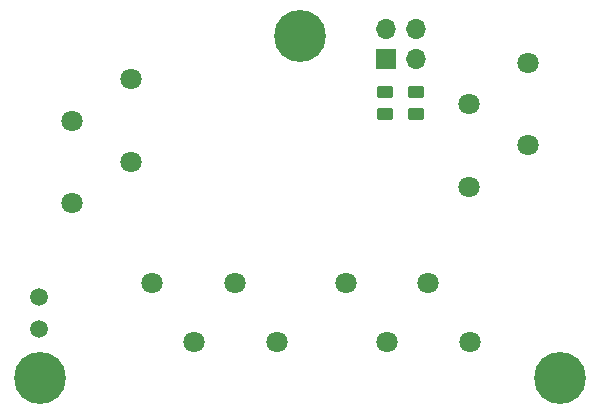
<source format=gbr>
%TF.GenerationSoftware,KiCad,Pcbnew,(6.0.8-1)-1*%
%TF.CreationDate,2022-12-26T11:19:25-06:00*%
%TF.ProjectId,CAN Distribution Board With Power v2,43414e20-4469-4737-9472-69627574696f,rev?*%
%TF.SameCoordinates,Original*%
%TF.FileFunction,Soldermask,Top*%
%TF.FilePolarity,Negative*%
%FSLAX46Y46*%
G04 Gerber Fmt 4.6, Leading zero omitted, Abs format (unit mm)*
G04 Created by KiCad (PCBNEW (6.0.8-1)-1) date 2022-12-26 11:19:25*
%MOMM*%
%LPD*%
G01*
G04 APERTURE LIST*
G04 Aperture macros list*
%AMRoundRect*
0 Rectangle with rounded corners*
0 $1 Rounding radius*
0 $2 $3 $4 $5 $6 $7 $8 $9 X,Y pos of 4 corners*
0 Add a 4 corners polygon primitive as box body*
4,1,4,$2,$3,$4,$5,$6,$7,$8,$9,$2,$3,0*
0 Add four circle primitives for the rounded corners*
1,1,$1+$1,$2,$3*
1,1,$1+$1,$4,$5*
1,1,$1+$1,$6,$7*
1,1,$1+$1,$8,$9*
0 Add four rect primitives between the rounded corners*
20,1,$1+$1,$2,$3,$4,$5,0*
20,1,$1+$1,$4,$5,$6,$7,0*
20,1,$1+$1,$6,$7,$8,$9,0*
20,1,$1+$1,$8,$9,$2,$3,0*%
G04 Aperture macros list end*
%ADD10RoundRect,0.250000X0.450000X-0.262500X0.450000X0.262500X-0.450000X0.262500X-0.450000X-0.262500X0*%
%ADD11C,1.800000*%
%ADD12C,1.500000*%
%ADD13C,4.400000*%
%ADD14R,1.700000X1.700000*%
%ADD15O,1.700000X1.700000*%
G04 APERTURE END LIST*
D10*
%TO.C,R1*%
X126200000Y-94712500D03*
X126200000Y-92887500D03*
%TD*%
D11*
%TO.C,X3*%
X122850000Y-109005000D03*
X126350000Y-114005000D03*
X129850000Y-109005000D03*
X133350000Y-114005000D03*
%TD*%
%TO.C,X2*%
X106500000Y-109005000D03*
X110000000Y-114005000D03*
X113500000Y-109005000D03*
X117000000Y-114005000D03*
%TD*%
%TO.C,X1*%
X104700000Y-91800000D03*
X99700000Y-95300000D03*
X104700000Y-98800000D03*
X99700000Y-102300000D03*
%TD*%
%TO.C,X4*%
X133300000Y-100900000D03*
X138300000Y-97400000D03*
X133300000Y-93900000D03*
X138300000Y-90400000D03*
%TD*%
D12*
%TO.C,TP1*%
X96900000Y-110200000D03*
%TD*%
D13*
%TO.C,H2*%
X141000000Y-117100000D03*
%TD*%
D14*
%TO.C,J1*%
X126260000Y-90062500D03*
D15*
X126260000Y-87522500D03*
X128800000Y-90062500D03*
X128800000Y-87522500D03*
%TD*%
D13*
%TO.C,H1*%
X119000000Y-88100000D03*
%TD*%
D10*
%TO.C,R2*%
X128800000Y-94712500D03*
X128800000Y-92887500D03*
%TD*%
D13*
%TO.C,H3*%
X97000000Y-117100000D03*
%TD*%
D12*
%TO.C,TP2*%
X96900000Y-112900000D03*
%TD*%
M02*

</source>
